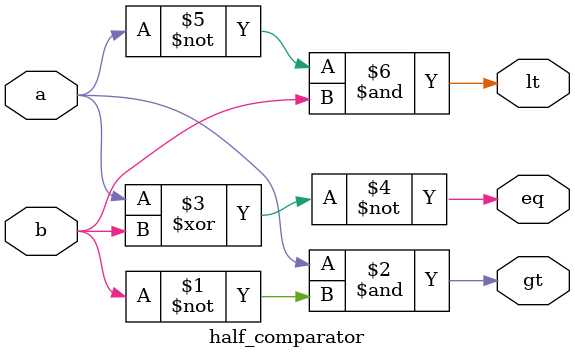
<source format=v>
module half_comparator(
	input a,
	input b,
	output gt, eq, lt
);

assign gt = a & ~b;
assign eq = ~(a ^ b);
assign lt = ~a & b;

endmodule
</source>
